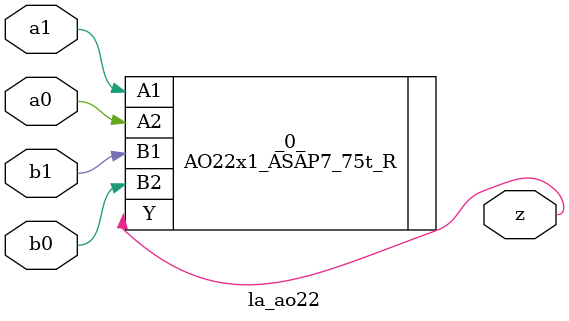
<source format=v>

/* Generated by Yosys 0.40 (git sha1 a1bb0255d, g++ 11.4.0-1ubuntu1~22.04 -fPIC -Os) */

module la_ao22(a0, a1, b0, b1, z);
  input a0;
  wire a0;
  input a1;
  wire a1;
  input b0;
  wire b0;
  input b1;
  wire b1;
  output z;
  wire z;
  AO22x1_ASAP7_75t_R _0_ (
    .A1(a1),
    .A2(a0),
    .B1(b1),
    .B2(b0),
    .Y(z)
  );
endmodule

</source>
